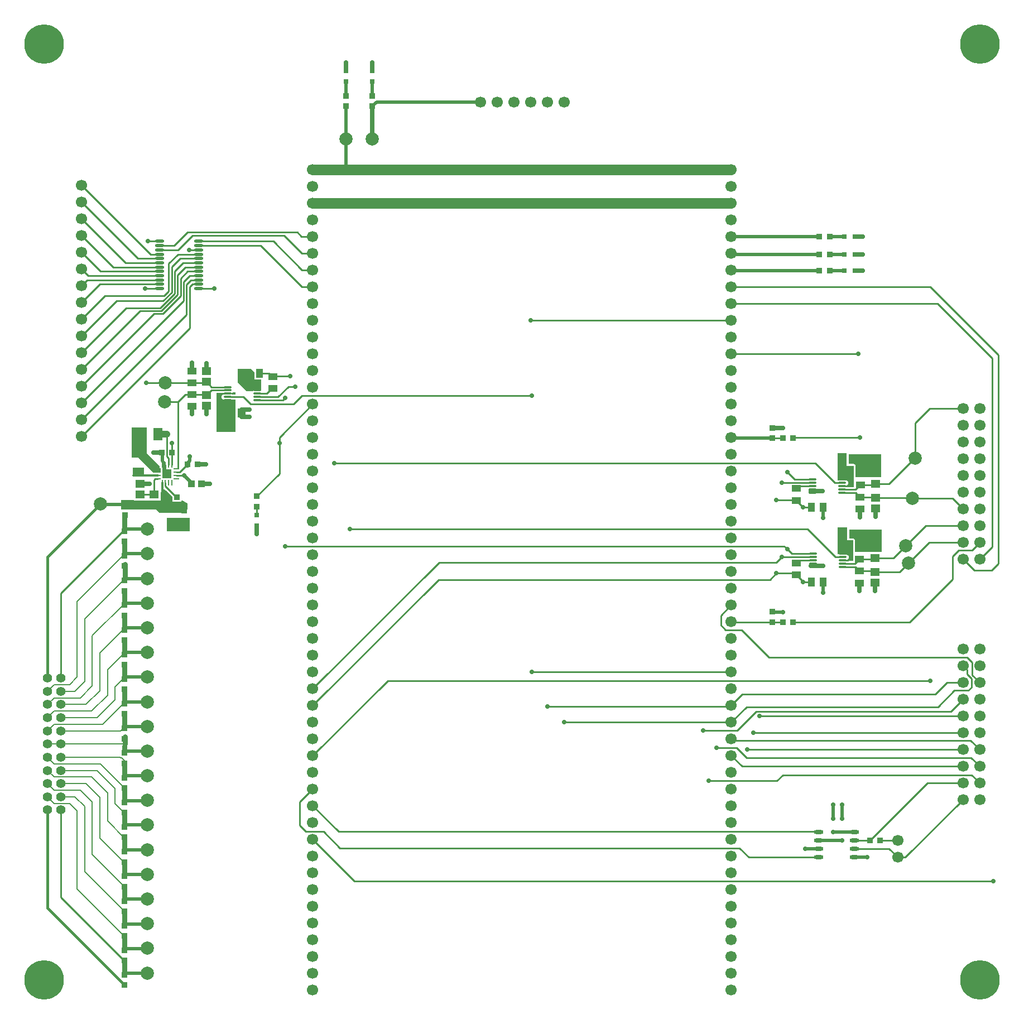
<source format=gbl>
G04*
G04 #@! TF.GenerationSoftware,Altium Limited,Altium Designer,18.1.11 (251)*
G04*
G04 Layer_Physical_Order=2*
G04 Layer_Color=16711680*
%FSLAX25Y25*%
%MOIN*%
G70*
G01*
G75*
%ADD10C,0.00787*%
%ADD12C,0.01181*%
%ADD17C,0.00984*%
%ADD18C,0.01968*%
%ADD19C,0.02756*%
%ADD20C,0.05512*%
%ADD21C,0.06693*%
%ADD22C,0.23622*%
%ADD23C,0.02756*%
%ADD24R,0.03150X0.03150*%
%ADD25R,0.03543X0.03347*%
%ADD26R,0.03150X0.03150*%
%ADD27R,0.03347X0.03543*%
%ADD28C,0.07874*%
%ADD29R,0.05315X0.03937*%
%ADD30R,0.03937X0.05315*%
%ADD31R,0.05709X0.05118*%
%ADD32R,0.05709X0.07677*%
%ADD33R,0.05118X0.05709*%
%ADD34R,0.07087X0.05118*%
%ADD35O,0.05315X0.01181*%
%ADD36R,0.04134X0.03937*%
%ADD37R,0.05709X0.05709*%
%ADD38O,0.03740X0.00984*%
%ADD39O,0.00984X0.03740*%
%ADD40O,0.05512X0.01772*%
%ADD41O,0.05709X0.02362*%
%ADD42C,0.03937*%
%ADD43C,0.06299*%
%ADD44C,0.02362*%
%ADD45C,0.01575*%
%ADD46C,0.01000*%
%ADD47C,0.03150*%
G36*
X89038Y307612D02*
X92481Y304170D01*
Y301305D01*
X97827D01*
Y301876D01*
X98262Y302124D01*
X101240Y300352D01*
Y296850D01*
X61811Y296850D01*
X61811Y302362D01*
X69334Y302362D01*
Y302163D01*
X77043D01*
Y302163D01*
X77536Y302145D01*
Y302122D01*
X85245D01*
Y306290D01*
X86158Y308877D01*
X86628Y309047D01*
X89038Y307612D01*
D02*
G37*
G36*
X102560Y283563D02*
X88977D01*
Y291535D01*
X102560D01*
Y283563D01*
D02*
G37*
G36*
X77068Y330315D02*
X84682Y322701D01*
Y322043D01*
X84798Y321460D01*
X85128Y320967D01*
X85302Y320850D01*
Y318693D01*
X85121Y318544D01*
X84247D01*
X83743Y318645D01*
X80864D01*
X76632Y322877D01*
Y323040D01*
X76468D01*
X71949Y327559D01*
X68012D01*
Y345669D01*
X77068D01*
Y330315D01*
D02*
G37*
G36*
X130081Y365473D02*
X127964D01*
X127459Y365573D01*
X123325D01*
X122705Y365450D01*
X122179Y365098D01*
X121827Y364572D01*
X121704Y363952D01*
X121827Y363331D01*
X122179Y362805D01*
X122705Y362454D01*
X123325Y362330D01*
X127459D01*
X127964Y362430D01*
X130081D01*
Y358104D01*
X130063D01*
Y350395D01*
X130081D01*
Y343090D01*
X118664D01*
Y366367D01*
X122821D01*
X123325Y366267D01*
X127459D01*
X128080Y366390D01*
X128561Y366712D01*
X130081D01*
Y365473D01*
D02*
G37*
G36*
X141477Y378544D02*
Y374331D01*
X145435D01*
Y367893D01*
X144979Y367542D01*
X140845D01*
X140630Y367499D01*
X136611D01*
X131262Y372848D01*
Y380788D01*
X139233Y380788D01*
X141477Y378544D01*
D02*
G37*
G36*
X515723Y315943D02*
X500403D01*
Y322857D01*
X500326Y323247D01*
X500105Y323578D01*
X499774Y323799D01*
X499384Y323876D01*
X496431D01*
Y329722D01*
X515723D01*
Y315943D01*
D02*
G37*
G36*
X495122Y322857D02*
X499384D01*
Y310183D01*
X494943D01*
X494439Y310284D01*
X490389D01*
X490220Y310376D01*
X489983Y310634D01*
X490305Y310977D01*
X494439D01*
X495059Y311101D01*
X495585Y311452D01*
X495937Y311978D01*
X496061Y312599D01*
X495937Y313220D01*
X495585Y313746D01*
X495059Y314097D01*
X494439Y314221D01*
X490305D01*
X490041Y314168D01*
X489541Y314503D01*
Y330510D01*
X495122D01*
Y322857D01*
D02*
G37*
G36*
X515919Y271455D02*
X500012D01*
Y278284D01*
X499934Y278674D01*
X499713Y279005D01*
X499382Y279226D01*
X498992Y279303D01*
X496628D01*
Y284840D01*
X515919D01*
Y271455D01*
D02*
G37*
G36*
X495433Y285992D02*
Y278284D01*
X498992D01*
Y265892D01*
X495223D01*
X494718Y265992D01*
X490633D01*
X490555Y266020D01*
X490224Y266342D01*
X490584Y266686D01*
X494718D01*
X495339Y266809D01*
X495865Y267161D01*
X496216Y267687D01*
X496340Y268307D01*
X496216Y268928D01*
X495865Y269454D01*
X495339Y269806D01*
X494718Y269929D01*
X490584D01*
X490300Y269873D01*
X489800Y270198D01*
Y286022D01*
X494945D01*
X495433Y285992D01*
D02*
G37*
D10*
X35433Y70079D02*
X63779Y41732D01*
X35433Y70079D02*
Y116628D01*
X39960Y80512D02*
X63779Y56693D01*
X39960Y80512D02*
Y119316D01*
X44488Y90552D02*
X63779Y71260D01*
X44488Y90552D02*
Y122004D01*
X49016Y100430D02*
X63779Y85666D01*
X49016Y100430D02*
Y124692D01*
X53543Y110630D02*
X63779Y100394D01*
X53543Y110630D02*
Y127380D01*
X58071Y121063D02*
X63779Y115354D01*
X58071Y121063D02*
Y130068D01*
X49294Y144801D02*
X63779Y130315D01*
X21652Y144801D02*
X49294D01*
X61908Y148354D02*
X63975Y146287D01*
X61519Y148354D02*
X61908D01*
X61135Y148738D02*
X61519Y148354D01*
X25589Y148738D02*
X61135D01*
X25589Y172360D02*
X47274D01*
X21652Y176297D02*
X43996D01*
X21652Y168423D02*
X50553D01*
X25589Y164486D02*
X61343D01*
X26198Y156612D02*
X63975D01*
X25589Y140864D02*
X47274D01*
X21652Y136927D02*
X43996D01*
X35433Y241668D02*
X63975Y270210D01*
X39960Y231468D02*
X63975Y255483D01*
X40717Y180234D02*
X49016Y188532D01*
X37439Y184171D02*
X44488Y191220D01*
X37439Y129053D02*
X44488Y122004D01*
X40717Y132990D02*
X49016Y124692D01*
Y211068D02*
X63975Y226027D01*
X43996Y176297D02*
X53543Y185844D01*
X34161Y125116D02*
X39960Y119316D01*
X17715Y180234D02*
X21652Y184171D01*
X44488Y221268D02*
X63975Y240755D01*
X58071Y190668D02*
X63975Y196572D01*
X53543Y200868D02*
X63975Y211300D01*
X47274Y172360D02*
X58071Y183156D01*
X50553Y168423D02*
X63975Y181845D01*
X43996Y136927D02*
X53543Y127380D01*
X47274Y140864D02*
X58071Y130068D01*
X34161Y188108D02*
X39960Y193908D01*
X17715Y188108D02*
X21652Y192045D01*
X25589Y188108D02*
X34161D01*
X25589Y180234D02*
X40717D01*
X17715Y132990D02*
X21652Y129053D01*
X17715Y125116D02*
X21652Y121179D01*
X17715Y140864D02*
X21652Y136927D01*
X17715Y148738D02*
X21652Y144801D01*
X61343Y164486D02*
X62963Y166106D01*
X61952Y165095D02*
X63975Y167117D01*
X21652Y192045D02*
X30882D01*
X21652Y184171D02*
X37439D01*
X17715Y172360D02*
X21652Y176297D01*
X17715Y164486D02*
X21652Y168423D01*
X17715Y156612D02*
X25589D01*
Y132990D02*
X40717D01*
X21652Y129053D02*
X37439D01*
X25589Y125116D02*
X34161D01*
X21652Y121179D02*
X30882D01*
X44488Y191220D02*
Y221268D01*
X39960Y193908D02*
Y231468D01*
X35433Y196596D02*
Y241668D01*
X58071Y183156D02*
Y190668D01*
X53543Y185844D02*
Y200868D01*
X49016Y188532D02*
Y211068D01*
X30882Y192045D02*
X35433Y196596D01*
X30882Y121179D02*
X35433Y116628D01*
X25589Y157221D02*
X26198Y156612D01*
D12*
X86203Y306925D02*
X89052Y304077D01*
X86203Y306925D02*
Y312594D01*
X69194Y317023D02*
X83743D01*
D17*
X83765Y341674D02*
X83863Y341576D01*
X156219Y317932D02*
Y336300D01*
X142856Y304568D02*
X156219Y317932D01*
X142856Y293305D02*
Y298466D01*
X316535Y179134D02*
Y180079D01*
X555058Y193247D02*
X564557D01*
X548032Y186221D02*
X555058Y193247D01*
X432797Y186221D02*
X548032D01*
X326420Y170352D02*
X327165Y169607D01*
X564557Y203247D02*
X566929Y200875D01*
Y198369D02*
Y200875D01*
Y198369D02*
X569615Y195684D01*
Y190481D02*
Y195684D01*
X567717Y188583D02*
X569615Y190481D01*
X559449Y188583D02*
X567717D01*
X549606Y178740D02*
X559449Y188583D01*
X435317Y178740D02*
X549606D01*
X426183Y179607D02*
X432797Y186221D01*
X176183Y119607D02*
X191557Y104233D01*
X478321D01*
Y104015D02*
Y104233D01*
X168504Y107874D02*
Y121927D01*
X172047Y104331D02*
X182677D01*
X192520Y94488D02*
X431102D01*
X436576Y89015D01*
X426183Y229449D02*
X450706D01*
X457042D01*
X429528Y154331D02*
X435433Y148425D01*
X417323Y154331D02*
X429528D01*
X441023Y175984D02*
X557294D01*
X429606Y164567D02*
X441023Y175984D01*
X409449Y164567D02*
X429606D01*
X492372Y314567D02*
Y326701D01*
X492651Y270276D02*
Y282096D01*
X188976Y324410D02*
X476350D01*
X488161Y312599D01*
X198527Y284938D02*
X471728D01*
X198425Y285039D02*
X198527Y284938D01*
X221065Y194488D02*
X545168D01*
X176183Y149607D02*
X221065Y194488D01*
X200987Y74803D02*
X582677D01*
X176183Y99607D02*
X200987Y74803D01*
X464835Y258069D02*
X465129Y257775D01*
X469421Y253483D01*
X152752Y375590D02*
X153540Y376378D01*
X251301Y254724D02*
X449313D01*
X176183Y179607D02*
X251301Y254724D01*
X176183Y189607D02*
X251537Y264961D01*
X159843Y274803D02*
X457846D01*
X459620Y273029D01*
X251537Y264961D02*
X453126D01*
X456470Y268305D01*
X449313Y254724D02*
X453150Y258561D01*
X92109Y323421D02*
Y331183D01*
X156219Y339643D02*
X176183Y359607D01*
X156219Y336300D02*
Y339643D01*
X169685Y364567D02*
X307087D01*
X426183Y389607D02*
X426197Y389621D01*
X501982D01*
X463144Y339372D02*
X463379Y339607D01*
X503180D01*
X443289Y173247D02*
X564557D01*
X557294Y175984D02*
X564557Y183247D01*
X435433Y148425D02*
X569379D01*
X574557Y143247D01*
X412598Y134646D02*
X453499D01*
X457042Y138189D01*
X569615D01*
X574557Y133247D01*
X420079Y233502D02*
X426183Y239607D01*
X420079Y227559D02*
Y233502D01*
X422835Y224803D02*
X432283D01*
X420079Y227559D02*
X422835Y224803D01*
X569952Y197852D02*
X574557Y193247D01*
X569952Y197852D02*
Y201289D01*
X569931Y201310D02*
X569952Y201289D01*
X569931Y201310D02*
Y205533D01*
X567196Y208268D02*
X569931Y205533D01*
X448819Y208268D02*
X567196D01*
X432283Y224803D02*
X448819Y208268D01*
X569952Y272441D02*
X574557Y277046D01*
X566494Y272441D02*
X569952D01*
X566473Y272420D02*
X566494Y272441D01*
X562184Y272420D02*
X566473D01*
X558319Y268555D02*
X562184Y272420D01*
X558319Y255169D02*
Y268555D01*
X532598Y229449D02*
X558319Y255169D01*
X463144Y229449D02*
X532598Y229449D01*
X426183Y429607D02*
X545196D01*
X585827Y388976D01*
Y264469D02*
Y388976D01*
X581594Y260236D02*
X585827Y264469D01*
X571367Y260236D02*
X581594D01*
X564557Y267046D02*
X571367Y260236D01*
X426183Y419607D02*
X549291D01*
X581890Y387008D01*
Y274379D02*
Y387008D01*
X535996Y348201D02*
X544841Y357046D01*
X535996Y327752D02*
Y348201D01*
X544841Y357046D02*
X564557D01*
X574557Y267046D02*
X581890Y274379D01*
X436576Y89015D02*
X478321D01*
X426183Y169607D02*
X435317Y178740D01*
X464205Y258561D02*
X464991Y257775D01*
X453150Y258561D02*
X464205D01*
X453150Y302362D02*
X464651D01*
X464754Y302259D01*
X155512Y363952D02*
X161639Y370079D01*
X165748D01*
X435827Y153543D02*
X436123Y153247D01*
X439370Y163779D02*
X439903Y163247D01*
X436123Y153247D02*
X564557D01*
X442913Y173622D02*
X443289Y173247D01*
X439903Y163247D02*
X564557D01*
X432543Y143247D02*
X564557D01*
X426183Y149607D02*
X432543Y143247D01*
X426183Y158621D02*
X569183D01*
X574557Y153247D01*
X426183Y158621D02*
Y159607D01*
X168504Y121927D02*
X176183Y129607D01*
X168504Y107874D02*
X172047Y104331D01*
X182677D02*
X192520Y94488D01*
X508971Y99015D02*
X543203Y133247D01*
X564557D01*
X525589Y88890D02*
X530200D01*
X564557Y123247D01*
X306540Y409607D02*
X426183D01*
X307086Y199607D02*
X426183D01*
X316535Y179134D02*
X425081D01*
X326420Y169607D02*
X426183Y169607D01*
X108466Y428759D02*
X117323D01*
X77559Y456871D02*
X84841D01*
X76632Y372282D02*
X87934D01*
X76632D02*
X103816D01*
X101011Y323395D02*
X101240Y323624D01*
X96607Y318991D02*
X101011Y323395D01*
X94726Y304077D02*
X95154D01*
X88172Y310630D02*
X94726Y304077D01*
X88172Y310630D02*
Y312594D01*
X153540Y376378D02*
X162598D01*
X152380Y375963D02*
X152752Y375590D01*
X158495Y361983D02*
X159843Y363331D01*
X142912Y361983D02*
X158495D01*
X142912Y363952D02*
X155512D01*
X139132Y359623D02*
X164741D01*
X134803Y363952D02*
X139132Y359623D01*
X164741D02*
X169685Y364567D01*
X169843Y429607D02*
X176183D01*
X145137Y454312D02*
X169843Y429607D01*
X108069Y454312D02*
X145137D01*
X169842Y439607D02*
X176183D01*
X152578Y456871D02*
X169842Y439607D01*
X108069Y456871D02*
X152578D01*
X169527Y459607D02*
X176183D01*
X166929Y462205D02*
X169527Y459607D01*
X101359Y462205D02*
X166929D01*
X169685Y449607D02*
X176183D01*
X159055Y460236D02*
X169685Y449607D01*
X104331Y460236D02*
X159055D01*
X93467Y454312D02*
X101359Y462205D01*
X84841Y454312D02*
X93467D01*
X95848Y451753D02*
X104331Y460236D01*
X84841Y451753D02*
X95848D01*
X102469D02*
X108069D01*
X52064Y424409D02*
X87402D01*
X38067Y410413D02*
X52064Y424409D01*
X75984Y428722D02*
X84841D01*
X87402Y424409D02*
X90158Y427165D01*
X86757Y421260D02*
X91929Y426432D01*
X58914Y421260D02*
X86757D01*
X38067Y400413D02*
X58914Y421260D01*
X81237Y413583D02*
X86597D01*
X38067Y370412D02*
X81237Y413583D01*
X99016Y421362D02*
Y432855D01*
X38067Y360413D02*
X99016Y421362D01*
X100787Y413133D02*
Y431102D01*
X38067Y350413D02*
X100787Y413133D01*
X97029Y446635D02*
X108069D01*
X91929Y441535D02*
X97029Y446635D01*
X91929Y426432D02*
Y441535D01*
X98603Y444076D02*
X108069D01*
X93701Y439173D02*
X98603Y444076D01*
X93701Y425698D02*
Y439173D01*
X100178Y441517D02*
X108069D01*
X95472Y436811D02*
X100178Y441517D01*
X95472Y424964D02*
Y436811D01*
X101359Y438958D02*
X108069D01*
X97244Y434842D02*
X101359Y438958D01*
X97244Y424230D02*
Y434842D01*
X102559Y436399D02*
X108069D01*
X99016Y432855D02*
X102559Y436399D01*
X103525Y433840D02*
X108069D01*
X100787Y431102D02*
X103525Y433840D01*
X102559Y404905D02*
Y429589D01*
X38067Y340412D02*
X102559Y404905D01*
Y429589D02*
X104250Y431281D01*
X108069D01*
X87934Y361024D02*
X95669D01*
X86597Y413583D02*
X97244Y424230D01*
X85863Y415354D02*
X95472Y424964D01*
X73009Y415354D02*
X85863D01*
X85129Y417126D02*
X93701Y425698D01*
X64780Y417126D02*
X85129D01*
X90158Y427165D02*
Y443701D01*
X38067Y380413D02*
X73009Y415354D01*
X90158Y443701D02*
X95651Y449194D01*
X38067Y390412D02*
X64780Y417126D01*
X95651Y449194D02*
X108069D01*
X48935Y431281D02*
X84841D01*
X38067Y420412D02*
X48935Y431281D01*
X41494Y433840D02*
X84841D01*
X38067Y430412D02*
X41494Y433840D01*
X42081Y436399D02*
X84841D01*
X38067Y440413D02*
X42081Y436399D01*
X49521Y438958D02*
X84841D01*
X38067Y450413D02*
X49521Y438958D01*
X56962Y441517D02*
X84841D01*
X38067Y460413D02*
X56962Y441517D01*
X64403Y444076D02*
X84841D01*
X38067Y470412D02*
X64403Y444076D01*
X71844Y446635D02*
X84841D01*
X38067Y480412D02*
X71844Y446635D01*
X38067Y490413D02*
X79285Y449194D01*
X84841D01*
X100176Y365530D02*
X103954D01*
X95669Y361024D02*
X100176Y365530D01*
X95669Y321260D02*
Y361024D01*
X92069Y330700D02*
Y336300D01*
X125392Y363952D02*
X134803D01*
X89116Y328398D02*
Y341576D01*
X112616Y373010D02*
X115769Y369857D01*
X103954Y372420D02*
X112025D01*
X112616Y364940D02*
X115565Y367889D01*
X120628Y364741D02*
X121807Y365920D01*
X142912D02*
X148581D01*
X144445Y377989D02*
X150354D01*
X120628Y363166D02*
X121811Y361983D01*
X125392D01*
X115769Y369857D02*
X125392D01*
X115565Y367889D02*
X125392D01*
X103954Y365530D02*
X112025D01*
X121807Y365920D02*
X125392D01*
X90140Y323421D02*
Y327374D01*
X81390Y305681D02*
Y314321D01*
X125392Y356180D02*
Y361983D01*
X120628Y363166D02*
Y364741D01*
X112025Y372420D02*
X112616Y373010D01*
X112025Y365530D02*
X112616Y364940D01*
X103816Y372282D02*
X103954Y372420D01*
X94570Y317023D02*
X98623D01*
X82123Y315054D02*
X83743D01*
X73189Y305722D02*
X81350D01*
X151391Y367889D02*
X152380Y368877D01*
X150549Y367889D02*
X151391D01*
X148581Y365920D02*
X150549Y367889D01*
X125392Y356180D02*
X127323Y354249D01*
X83765Y340547D02*
Y341674D01*
X89116Y328398D02*
X90140Y327374D01*
X94570Y318991D02*
X96607D01*
X103052Y312594D02*
Y313344D01*
X81390Y314321D02*
X82123Y315054D01*
X81350Y305722D02*
X81390Y305681D01*
X544346Y277046D02*
X564557D01*
X532059Y264759D02*
X544346Y277046D01*
X512119Y259350D02*
X526650D01*
X532059Y264759D01*
X542341Y287046D02*
X564557D01*
X523008Y267654D02*
X530380Y275026D01*
X530350Y275056D02*
X542341Y287046D01*
X558319Y303284D02*
X564557Y297046D01*
X534421Y303284D02*
X558319D01*
X534166Y303539D02*
X534421Y303284D01*
X512233Y303539D02*
X534166D01*
X520248Y312003D02*
X535996Y327752D01*
Y327418D02*
Y327752D01*
X520464Y94015D02*
X525589Y88890D01*
X497809Y94015D02*
X520464D01*
X515113Y98890D02*
X525589D01*
X497809Y99015D02*
X508971D01*
X450706Y339273D02*
X456944D01*
X457042Y339372D01*
X464991Y302161D02*
X469066Y298085D01*
X492372Y306693D02*
X500614D01*
X464145Y314567D02*
X474852D01*
X492651Y264370D02*
X499977D01*
X492651Y262402D02*
X500209D01*
X462374Y270276D02*
X475131D01*
X456470Y268305D02*
X475129D01*
X492372Y308662D02*
X500451D01*
X456470Y312697D02*
X474754D01*
X502670Y267063D02*
X511528D01*
X499977Y264370D02*
X502670Y267063D01*
X500614Y306693D02*
X503178Y304130D01*
X471728Y284938D02*
X488358Y268307D01*
X492372Y314567D02*
X495841D01*
X459620Y319092D02*
X464145Y314567D01*
X500209Y262402D02*
X502670Y259940D01*
X511528D01*
X512119Y267654D02*
X523008D01*
X503178Y304130D02*
X511643D01*
X500451Y308662D02*
X503202Y311413D01*
X511808D01*
X512398Y312003D02*
X520248D01*
X469421Y253483D02*
X473992D01*
X466708Y266339D02*
X475131D01*
X492651D02*
X495843D01*
X492651Y270276D02*
X495838D01*
X469066Y298085D02*
X473992D01*
X466768Y310630D02*
X474852D01*
X492372D02*
X495646D01*
X459620Y273029D02*
X462374Y270276D01*
X511528Y267063D02*
X512119Y267654D01*
X495843Y266339D02*
X497022Y267518D01*
X495841Y314567D02*
X497022Y313386D01*
X511528Y259940D02*
X512119Y259350D01*
X511643Y304130D02*
X512233Y303539D01*
X511808Y311413D02*
X512398Y312003D01*
X497022Y267518D02*
Y269092D01*
X495838Y270276D02*
X497022Y269092D01*
X495646Y310630D02*
X497022Y312006D01*
Y313386D01*
X488358Y268307D02*
X492651D01*
Y282096D02*
X492693Y282138D01*
X488161Y312599D02*
X492372D01*
Y326701D02*
X492382Y326711D01*
X473992Y253483D02*
X474583D01*
X475129Y268305D02*
X475131Y268307D01*
X474754Y312697D02*
X474852Y312599D01*
X464991Y257775D02*
X465129D01*
Y264760D02*
X466708Y266339D01*
X464991Y308854D02*
X466768Y310630D01*
X25589Y65195D02*
X63779Y27004D01*
X25589Y65195D02*
Y117242D01*
Y246551D02*
X63975Y284938D01*
X25589Y195982D02*
Y246551D01*
D18*
X470472Y94095D02*
X478241D01*
X450706Y235551D02*
X450762Y235494D01*
X457087D01*
X195983Y500000D02*
Y518052D01*
X100787Y323618D02*
X102756Y325587D01*
X100787Y323618D02*
X101011Y323395D01*
X101240Y323166D01*
X426183Y339527D02*
X450452D01*
X492520Y112127D02*
Y120472D01*
X487086Y112127D02*
Y120472D01*
X478241Y94095D02*
X478321Y94015D01*
X499816Y88976D02*
X507480D01*
X499778Y89015D02*
X499816Y88976D01*
X481092Y247130D02*
Y253469D01*
X481079Y298085D02*
X481092Y298072D01*
Y291732D02*
Y298072D01*
X87460Y319471D02*
Y324349D01*
X86203Y325606D02*
X87460Y324349D01*
X487086Y104015D02*
X499778D01*
X478321Y99015D02*
X492520D01*
X485059Y459666D02*
X493703D01*
X426183D02*
X478819D01*
X484922Y449194D02*
X493626D01*
X426183D02*
X478819D01*
X484742Y439490D02*
X493309D01*
X426183D02*
X478819D01*
X484999Y459696D02*
X485059Y459636D01*
X484605Y439422D02*
X484742Y439559D01*
X211809Y537558D02*
X214210Y539959D01*
X276420D01*
X195923Y518110D02*
Y537558D01*
X195983Y543720D02*
Y552364D01*
X195923Y543660D02*
X195983Y543720D01*
X211809Y543660D02*
Y552364D01*
X102756Y325587D02*
Y328346D01*
X48937Y299665D02*
X64173D01*
X81381Y299391D02*
X81390Y299382D01*
X63978Y299391D02*
X81381D01*
X99372Y317023D02*
X103052Y313344D01*
X86203Y325606D02*
Y330463D01*
X478243Y98937D02*
X478321Y99015D01*
X63975Y19842D02*
X77823D01*
X63975Y284938D02*
X77823D01*
X63975Y211300D02*
X77823D01*
X63975Y196572D02*
X77823D01*
X63975Y108207D02*
X77823D01*
X63975Y270210D02*
X77823D01*
X63975Y255483D02*
X77823D01*
X63975Y240755D02*
X77823D01*
X63975Y226027D02*
X77823D01*
X63975Y181845D02*
X77823D01*
X63975Y167117D02*
X77823D01*
X63975Y152390D02*
X77823D01*
X63975Y137662D02*
X77823D01*
X63975Y122754D02*
X77823D01*
X63975Y93480D02*
X77823D01*
X63975Y78752D02*
X77823D01*
X63975Y64025D02*
X77823D01*
X63975Y49116D02*
X77823D01*
X63975Y34389D02*
X77823D01*
D19*
X211809Y517659D02*
Y537558D01*
X142856Y282127D02*
Y287006D01*
X492693Y275631D02*
Y280510D01*
X133622Y352145D02*
X138501D01*
X473793Y263187D02*
X481090D01*
X473793Y307675D02*
X480641D01*
X450706Y345376D02*
X457087D01*
X500002Y459666D02*
X504806D01*
X499925Y449194D02*
X504804D01*
X499925Y439490D02*
X504487D01*
X195983Y558663D02*
Y563542D01*
X211809Y558663D02*
Y563542D01*
X211809Y517659D02*
X211809Y517659D01*
X133624Y356475D02*
X138503D01*
X81087Y330700D02*
X85966D01*
X112616Y353762D02*
Y358641D01*
X112616Y379310D02*
Y384188D01*
X107342Y323624D02*
X112221D01*
X101240Y323166D02*
Y323624D01*
X103954Y353565D02*
Y358444D01*
X103954Y379506D02*
Y384385D01*
X109687Y312178D02*
X114566D01*
X73706Y311979D02*
X78584D01*
X92776Y297083D02*
X93859Y296000D01*
X99513D01*
X498992Y282138D02*
X503871D01*
X512119Y248172D02*
Y253050D01*
X513949Y275628D02*
Y280506D01*
X502670Y247975D02*
Y252854D01*
X503178Y292164D02*
Y297043D01*
X512233Y292361D02*
Y297240D01*
D20*
X17715Y117242D02*
D03*
Y125116D02*
D03*
Y132990D02*
D03*
Y140864D02*
D03*
Y148738D02*
D03*
Y156612D02*
D03*
Y164486D02*
D03*
Y172360D02*
D03*
Y180234D02*
D03*
Y188108D02*
D03*
Y195982D02*
D03*
X25589D02*
D03*
Y188108D02*
D03*
Y180234D02*
D03*
Y172360D02*
D03*
Y164486D02*
D03*
Y156612D02*
D03*
Y148738D02*
D03*
Y140864D02*
D03*
Y132990D02*
D03*
Y125116D02*
D03*
Y117242D02*
D03*
D21*
X276420Y539959D02*
D03*
X286420D02*
D03*
X296420D02*
D03*
X306420D02*
D03*
X316420D02*
D03*
X326420D02*
D03*
X38067Y490413D02*
D03*
Y480412D02*
D03*
Y470412D02*
D03*
Y460413D02*
D03*
Y450413D02*
D03*
Y440413D02*
D03*
Y430412D02*
D03*
Y420412D02*
D03*
Y410413D02*
D03*
Y400413D02*
D03*
Y390412D02*
D03*
Y380413D02*
D03*
Y370412D02*
D03*
Y360413D02*
D03*
Y350413D02*
D03*
Y340412D02*
D03*
X176183Y499607D02*
D03*
Y489607D02*
D03*
Y479607D02*
D03*
Y469607D02*
D03*
Y459607D02*
D03*
Y449607D02*
D03*
Y439607D02*
D03*
Y429607D02*
D03*
Y419607D02*
D03*
Y409607D02*
D03*
Y399607D02*
D03*
Y389607D02*
D03*
Y379607D02*
D03*
Y369607D02*
D03*
Y359607D02*
D03*
Y349607D02*
D03*
Y339607D02*
D03*
Y329607D02*
D03*
Y319607D02*
D03*
Y309607D02*
D03*
Y299607D02*
D03*
Y289607D02*
D03*
Y279607D02*
D03*
Y269607D02*
D03*
Y259607D02*
D03*
Y249607D02*
D03*
Y239607D02*
D03*
Y229607D02*
D03*
Y219607D02*
D03*
Y209607D02*
D03*
Y199607D02*
D03*
Y189607D02*
D03*
Y179607D02*
D03*
Y169607D02*
D03*
Y159607D02*
D03*
Y149607D02*
D03*
Y139607D02*
D03*
Y129607D02*
D03*
Y119607D02*
D03*
Y109607D02*
D03*
Y99607D02*
D03*
Y89607D02*
D03*
Y79607D02*
D03*
Y69607D02*
D03*
Y59607D02*
D03*
Y49607D02*
D03*
Y39607D02*
D03*
Y29607D02*
D03*
Y19607D02*
D03*
Y9607D02*
D03*
X426183Y489607D02*
D03*
Y479607D02*
D03*
Y469607D02*
D03*
Y459607D02*
D03*
Y449607D02*
D03*
Y439607D02*
D03*
Y429607D02*
D03*
Y419607D02*
D03*
Y409607D02*
D03*
Y399607D02*
D03*
Y389607D02*
D03*
Y379607D02*
D03*
Y369607D02*
D03*
Y359607D02*
D03*
Y349607D02*
D03*
Y339607D02*
D03*
Y329607D02*
D03*
Y319607D02*
D03*
Y309607D02*
D03*
Y299607D02*
D03*
Y289607D02*
D03*
Y279607D02*
D03*
Y269607D02*
D03*
Y259607D02*
D03*
Y249607D02*
D03*
Y239607D02*
D03*
Y229607D02*
D03*
Y219607D02*
D03*
Y209607D02*
D03*
Y199607D02*
D03*
Y189607D02*
D03*
Y179607D02*
D03*
Y169607D02*
D03*
Y159607D02*
D03*
Y149607D02*
D03*
Y139607D02*
D03*
Y129607D02*
D03*
Y119607D02*
D03*
Y109607D02*
D03*
Y99607D02*
D03*
Y89607D02*
D03*
Y79607D02*
D03*
Y69607D02*
D03*
Y59607D02*
D03*
Y49607D02*
D03*
Y39607D02*
D03*
Y29607D02*
D03*
Y19607D02*
D03*
Y9607D02*
D03*
Y499607D02*
D03*
X525589Y98890D02*
D03*
Y88890D02*
D03*
X564557Y357046D02*
D03*
Y347046D02*
D03*
Y337046D02*
D03*
Y327046D02*
D03*
Y317046D02*
D03*
Y307046D02*
D03*
Y297046D02*
D03*
Y287046D02*
D03*
Y277046D02*
D03*
Y267046D02*
D03*
X574557D02*
D03*
Y277046D02*
D03*
Y287046D02*
D03*
Y297046D02*
D03*
Y307046D02*
D03*
Y317046D02*
D03*
Y327046D02*
D03*
Y337046D02*
D03*
Y347046D02*
D03*
Y357046D02*
D03*
X564557Y213247D02*
D03*
Y203247D02*
D03*
Y193247D02*
D03*
Y183247D02*
D03*
Y173247D02*
D03*
Y163247D02*
D03*
Y153247D02*
D03*
Y143247D02*
D03*
Y133247D02*
D03*
Y123247D02*
D03*
X574557D02*
D03*
Y133247D02*
D03*
Y143247D02*
D03*
Y153247D02*
D03*
Y163247D02*
D03*
Y173247D02*
D03*
Y183247D02*
D03*
Y193247D02*
D03*
Y203247D02*
D03*
Y213247D02*
D03*
D22*
X574803Y574803D02*
D03*
Y15748D02*
D03*
X15748D02*
D03*
Y574803D02*
D03*
D23*
X142856Y282127D02*
D03*
X470472Y94095D02*
D03*
X188976Y324410D02*
D03*
X159843Y274803D02*
D03*
X198425Y285039D02*
D03*
X582677Y74803D02*
D03*
X545168Y194488D02*
D03*
X307086Y364567D02*
D03*
X501982Y389621D02*
D03*
X503180Y339607D02*
D03*
X409449Y164567D02*
D03*
X412598Y134646D02*
D03*
X417323Y154331D02*
D03*
X492520Y112127D02*
D03*
Y120472D02*
D03*
X487086Y112127D02*
D03*
Y120472D02*
D03*
X507480Y88976D02*
D03*
X481092Y247130D02*
D03*
Y291732D02*
D03*
X487086Y104015D02*
D03*
X492520Y99015D02*
D03*
X453150Y258561D02*
D03*
Y302362D02*
D03*
X165748Y370079D02*
D03*
X442913Y173247D02*
D03*
X439370Y163247D02*
D03*
X435827Y153247D02*
D03*
X504806Y439490D02*
D03*
X117323Y428759D02*
D03*
X77559Y456871D02*
D03*
X76632Y372282D02*
D03*
X102756Y328346D02*
D03*
X156219Y336300D02*
D03*
X114566Y312178D02*
D03*
X112221Y323624D02*
D03*
X162598Y376378D02*
D03*
X159843Y363331D02*
D03*
X102469Y451753D02*
D03*
X75984Y428722D02*
D03*
X99372Y317023D02*
D03*
X92069Y336300D02*
D03*
X307086Y199607D02*
D03*
X492695Y320372D02*
D03*
X492477Y277123D02*
D03*
X78642Y312017D02*
D03*
X99513Y285433D02*
D03*
X457087Y235494D02*
D03*
X456470Y312697D02*
D03*
Y268305D02*
D03*
X469066Y253483D02*
D03*
Y298085D02*
D03*
X459620Y319092D02*
D03*
Y273029D02*
D03*
X132873Y377595D02*
D03*
X136774Y371830D02*
D03*
X504806Y459666D02*
D03*
Y449194D02*
D03*
X306420Y409727D02*
D03*
X316420Y179134D02*
D03*
X326420Y169607D02*
D03*
X503676Y326978D02*
D03*
X508714D02*
D03*
X513752D02*
D03*
X513949Y282096D02*
D03*
X457087Y345276D02*
D03*
X481092Y263189D02*
D03*
X502672Y247973D02*
D03*
X512121Y248170D02*
D03*
X508911Y282096D02*
D03*
X503873D02*
D03*
X512235Y292359D02*
D03*
X503180Y292162D02*
D03*
X480643Y307677D02*
D03*
X81086Y330698D02*
D03*
X138503Y352147D02*
D03*
X138505Y356477D02*
D03*
X112614Y384190D02*
D03*
X103952Y384387D02*
D03*
X112618Y353760D02*
D03*
X103956Y353563D02*
D03*
X211807Y563544D02*
D03*
X195981D02*
D03*
X121398Y345058D02*
D03*
X127823D02*
D03*
X211811Y532677D02*
D03*
X89116Y341576D02*
D03*
D24*
X142856Y287006D02*
D03*
Y293305D02*
D03*
X195983Y558663D02*
D03*
Y552364D02*
D03*
X211809Y558663D02*
D03*
Y552364D02*
D03*
D25*
X142856Y304568D02*
D03*
Y298466D02*
D03*
X195923Y537558D02*
D03*
Y543660D02*
D03*
X211809Y537558D02*
D03*
Y543660D02*
D03*
X99513Y296000D02*
D03*
Y289898D02*
D03*
X450706Y339273D02*
D03*
Y345376D02*
D03*
Y229449D02*
D03*
Y235551D02*
D03*
X63779Y18661D02*
D03*
Y12559D02*
D03*
Y33388D02*
D03*
Y27286D02*
D03*
Y48116D02*
D03*
Y42014D02*
D03*
Y62844D02*
D03*
Y56741D02*
D03*
Y77571D02*
D03*
Y71469D02*
D03*
Y92299D02*
D03*
Y86196D02*
D03*
Y107026D02*
D03*
Y100924D02*
D03*
Y121754D02*
D03*
Y115651D02*
D03*
Y136481D02*
D03*
Y130379D02*
D03*
Y151209D02*
D03*
Y145106D02*
D03*
Y165936D02*
D03*
Y159834D02*
D03*
Y180664D02*
D03*
Y174561D02*
D03*
Y195391D02*
D03*
Y189289D02*
D03*
Y210119D02*
D03*
Y204016D02*
D03*
Y224846D02*
D03*
Y218744D02*
D03*
Y239574D02*
D03*
Y233471D02*
D03*
Y254301D02*
D03*
Y248199D02*
D03*
Y269029D02*
D03*
Y262927D02*
D03*
Y283756D02*
D03*
Y277654D02*
D03*
X63978Y299391D02*
D03*
Y293289D02*
D03*
D26*
X499925Y459666D02*
D03*
X493626D02*
D03*
X499925Y449194D02*
D03*
X493626D02*
D03*
X499925Y439490D02*
D03*
X493626D02*
D03*
D27*
X478819Y459666D02*
D03*
X484922D02*
D03*
X478819Y449194D02*
D03*
X484922D02*
D03*
X478819Y439490D02*
D03*
X484922D02*
D03*
X89052Y304077D02*
D03*
X95154D02*
D03*
X101240Y323624D02*
D03*
X107342D02*
D03*
X92069Y330700D02*
D03*
X85966D02*
D03*
X515113Y98890D02*
D03*
X509011D02*
D03*
X463144Y339372D02*
D03*
X457042D02*
D03*
X463144Y229449D02*
D03*
X457042D02*
D03*
D28*
X211809Y518052D02*
D03*
X195983D02*
D03*
X87784Y360900D02*
D03*
X87934Y372282D02*
D03*
X530350Y275056D02*
D03*
X532059Y264759D02*
D03*
X534421Y303284D02*
D03*
X535996Y327418D02*
D03*
X77295Y240755D02*
D03*
Y226027D02*
D03*
Y211300D02*
D03*
Y196572D02*
D03*
Y181845D02*
D03*
Y167117D02*
D03*
Y152390D02*
D03*
Y137662D02*
D03*
Y122935D02*
D03*
Y108207D02*
D03*
Y93480D02*
D03*
Y78752D02*
D03*
Y64025D02*
D03*
Y255483D02*
D03*
Y19842D02*
D03*
Y49297D02*
D03*
Y34569D02*
D03*
Y284938D02*
D03*
Y270210D02*
D03*
X49214Y299942D02*
D03*
D29*
X103954Y365530D02*
D03*
Y358444D02*
D03*
X103954Y379506D02*
D03*
Y372420D02*
D03*
X152380Y375963D02*
D03*
Y368877D02*
D03*
X503202Y311413D02*
D03*
Y318499D02*
D03*
X502670Y267063D02*
D03*
Y274150D02*
D03*
X502670Y252854D02*
D03*
Y259940D02*
D03*
X503178Y297043D02*
D03*
Y304130D02*
D03*
X464991Y257775D02*
D03*
Y264861D02*
D03*
Y302161D02*
D03*
Y309247D02*
D03*
D30*
X137358Y377989D02*
D03*
X144445D02*
D03*
X481079Y253483D02*
D03*
X473992D02*
D03*
X481079Y298085D02*
D03*
X473992D02*
D03*
D31*
X112616Y364940D02*
D03*
Y358641D02*
D03*
X112616Y379310D02*
D03*
Y373010D02*
D03*
X81390Y305681D02*
D03*
Y299382D02*
D03*
X73189Y312021D02*
D03*
Y305722D02*
D03*
X512119Y253050D02*
D03*
Y259350D02*
D03*
X512119Y267654D02*
D03*
Y273953D02*
D03*
X512233Y297240D02*
D03*
Y303539D02*
D03*
X512398Y312003D02*
D03*
Y318302D02*
D03*
D32*
X72151Y341674D02*
D03*
X83765D02*
D03*
D33*
X133622Y354249D02*
D03*
X127323D02*
D03*
X498992Y282138D02*
D03*
X492693D02*
D03*
X498681Y326711D02*
D03*
X492382D02*
D03*
D34*
X72088Y330505D02*
D03*
Y319481D02*
D03*
X92776Y297083D02*
D03*
Y286059D02*
D03*
D35*
X142912Y369857D02*
D03*
Y367889D02*
D03*
Y365920D02*
D03*
Y363952D02*
D03*
Y361983D02*
D03*
X125392Y369857D02*
D03*
Y367889D02*
D03*
Y365920D02*
D03*
Y363952D02*
D03*
Y361983D02*
D03*
X474852Y306693D02*
D03*
Y308662D02*
D03*
Y310630D02*
D03*
Y312599D02*
D03*
Y314567D02*
D03*
X492372Y306693D02*
D03*
Y308662D02*
D03*
Y310630D02*
D03*
Y312599D02*
D03*
Y314567D02*
D03*
X475131Y262402D02*
D03*
Y264370D02*
D03*
Y266339D02*
D03*
Y268307D02*
D03*
Y270276D02*
D03*
X492651Y262402D02*
D03*
Y264370D02*
D03*
Y266339D02*
D03*
Y268307D02*
D03*
Y270276D02*
D03*
D36*
X109687Y312178D02*
D03*
X103781D02*
D03*
D37*
X89156Y318007D02*
D03*
D38*
X94570Y315054D02*
D03*
Y317023D02*
D03*
Y318991D02*
D03*
Y320960D02*
D03*
X83743D02*
D03*
Y318991D02*
D03*
Y317023D02*
D03*
Y315054D02*
D03*
D39*
X92109Y323421D02*
D03*
X90140D02*
D03*
X88172D02*
D03*
X86203D02*
D03*
Y312594D02*
D03*
X88172D02*
D03*
X90140D02*
D03*
X92109D02*
D03*
D40*
X84841Y428722D02*
D03*
Y431281D02*
D03*
Y433840D02*
D03*
Y436399D02*
D03*
Y438958D02*
D03*
Y441517D02*
D03*
Y444076D02*
D03*
Y446635D02*
D03*
Y449194D02*
D03*
Y451753D02*
D03*
Y454312D02*
D03*
Y456871D02*
D03*
X108069Y428722D02*
D03*
Y431281D02*
D03*
Y433840D02*
D03*
Y436399D02*
D03*
Y438958D02*
D03*
Y441517D02*
D03*
Y444076D02*
D03*
Y446635D02*
D03*
Y449194D02*
D03*
Y451753D02*
D03*
Y454312D02*
D03*
Y456871D02*
D03*
D41*
X499778Y104015D02*
D03*
Y99015D02*
D03*
Y94015D02*
D03*
Y89015D02*
D03*
X478321Y104015D02*
D03*
Y99015D02*
D03*
Y94015D02*
D03*
Y89015D02*
D03*
D42*
X83863Y341576D02*
X89116D01*
D43*
X176183Y499607D02*
X426183D01*
X176183Y479607D02*
X426183D01*
D44*
X81390Y299382D02*
X84577Y296195D01*
X84561Y299382D02*
X87824Y302645D01*
X81390Y299382D02*
X84561D01*
X84577Y296195D02*
X91888D01*
X92776Y297083D01*
D45*
X17715Y268442D02*
X48937Y299665D01*
X17715Y195982D02*
Y268442D01*
Y58663D02*
X63502Y12876D01*
X17715Y58663D02*
Y117242D01*
D46*
X88172Y318991D02*
Y323421D01*
X142912Y367889D02*
Y369857D01*
X85966Y330700D02*
X86203Y330463D01*
X88172Y318991D02*
X89156Y318007D01*
D47*
X63779Y18661D02*
Y27004D01*
Y33388D02*
Y41732D01*
Y33208D02*
Y33388D01*
Y48116D02*
Y56693D01*
Y47935D02*
Y48116D01*
Y62844D02*
Y71260D01*
Y77571D02*
Y85666D01*
Y92299D02*
Y100394D01*
Y107026D02*
Y115354D01*
Y121754D02*
Y130315D01*
X63975Y255483D02*
Y264108D01*
Y156851D02*
Y161015D01*
X63779Y121573D02*
Y121754D01*
Y269029D02*
Y277654D01*
Y283756D02*
Y292382D01*
Y210119D02*
Y218744D01*
Y224846D02*
Y233471D01*
Y239574D02*
Y248199D01*
Y195391D02*
Y204016D01*
Y180664D02*
Y189289D01*
Y165936D02*
Y174561D01*
Y151209D02*
Y155431D01*
Y136481D02*
Y145106D01*
M02*

</source>
